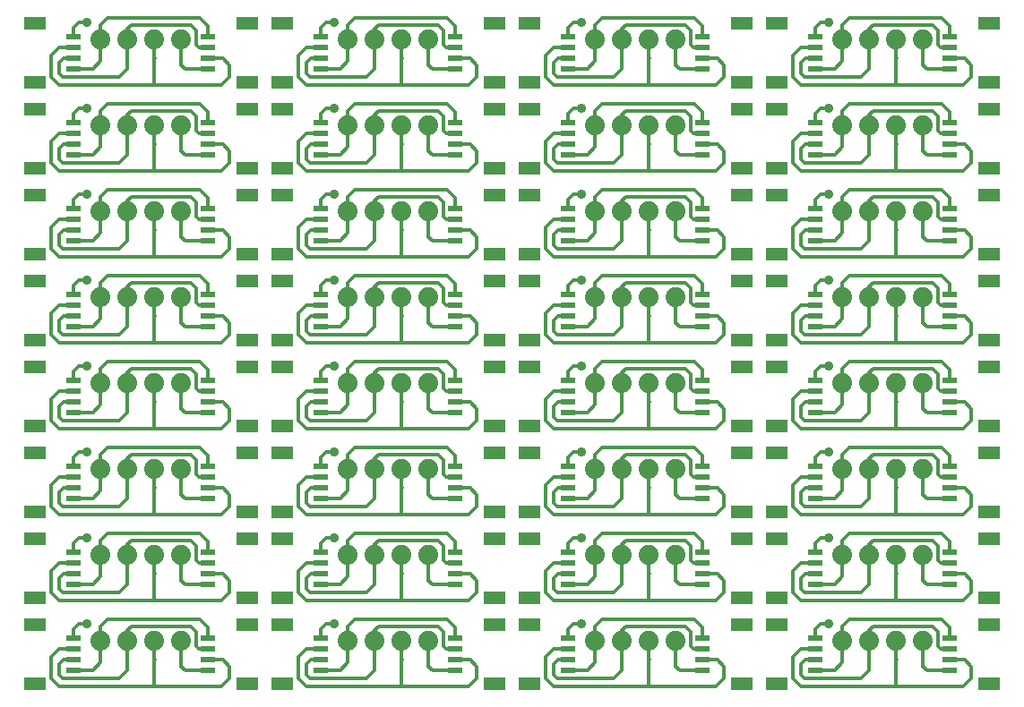
<source format=gtl>
G75*
%MOIN*%
%OFA0B0*%
%FSLAX25Y25*%
%IPPOS*%
%LPD*%
%AMOC8*
5,1,8,0,0,1.08239X$1,22.5*
%
%ADD10R,0.07874X0.04724*%
%ADD11R,0.05315X0.02362*%
%ADD12C,0.07400*%
%ADD13C,0.01200*%
%ADD14C,0.03500*%
D10*
X0055031Y0082310D03*
X0055031Y0104357D03*
X0055031Y0114310D03*
X0055031Y0136357D03*
X0055031Y0146310D03*
X0055031Y0168357D03*
X0055031Y0178310D03*
X0055031Y0200357D03*
X0055031Y0210310D03*
X0055031Y0232357D03*
X0055031Y0242310D03*
X0055031Y0264357D03*
X0055031Y0274310D03*
X0055031Y0296357D03*
X0055031Y0306310D03*
X0055031Y0328357D03*
X0133969Y0328357D03*
X0147031Y0328357D03*
X0147031Y0306310D03*
X0133969Y0306310D03*
X0133969Y0296357D03*
X0147031Y0296357D03*
X0147031Y0274310D03*
X0133969Y0274310D03*
X0133969Y0264357D03*
X0147031Y0264357D03*
X0147031Y0242310D03*
X0133969Y0242310D03*
X0133969Y0232357D03*
X0147031Y0232357D03*
X0147031Y0210310D03*
X0133969Y0210310D03*
X0133969Y0200357D03*
X0147031Y0200357D03*
X0147031Y0178310D03*
X0133969Y0178310D03*
X0133969Y0168357D03*
X0147031Y0168357D03*
X0147031Y0146310D03*
X0147031Y0136357D03*
X0133969Y0136357D03*
X0133969Y0146310D03*
X0133969Y0114310D03*
X0133969Y0104357D03*
X0147031Y0104357D03*
X0147031Y0114310D03*
X0147031Y0082310D03*
X0133969Y0082310D03*
X0225969Y0082310D03*
X0239031Y0082310D03*
X0239031Y0104357D03*
X0239031Y0114310D03*
X0225969Y0114310D03*
X0225969Y0104357D03*
X0225969Y0136357D03*
X0225969Y0146310D03*
X0239031Y0146310D03*
X0239031Y0136357D03*
X0239031Y0168357D03*
X0239031Y0178310D03*
X0225969Y0178310D03*
X0225969Y0168357D03*
X0225969Y0200357D03*
X0225969Y0210310D03*
X0239031Y0210310D03*
X0239031Y0200357D03*
X0239031Y0232357D03*
X0239031Y0242310D03*
X0225969Y0242310D03*
X0225969Y0232357D03*
X0225969Y0264357D03*
X0225969Y0274310D03*
X0239031Y0274310D03*
X0239031Y0264357D03*
X0239031Y0296357D03*
X0239031Y0306310D03*
X0225969Y0306310D03*
X0225969Y0296357D03*
X0225969Y0328357D03*
X0239031Y0328357D03*
X0317969Y0328357D03*
X0331031Y0328357D03*
X0331031Y0306310D03*
X0331031Y0296357D03*
X0317969Y0296357D03*
X0317969Y0306310D03*
X0317969Y0274310D03*
X0317969Y0264357D03*
X0331031Y0264357D03*
X0331031Y0274310D03*
X0331031Y0242310D03*
X0331031Y0232357D03*
X0317969Y0232357D03*
X0317969Y0242310D03*
X0317969Y0210310D03*
X0317969Y0200357D03*
X0331031Y0200357D03*
X0331031Y0210310D03*
X0331031Y0178310D03*
X0331031Y0168357D03*
X0317969Y0168357D03*
X0317969Y0178310D03*
X0317969Y0146310D03*
X0317969Y0136357D03*
X0331031Y0136357D03*
X0331031Y0146310D03*
X0331031Y0114310D03*
X0331031Y0104357D03*
X0317969Y0104357D03*
X0317969Y0114310D03*
X0317969Y0082310D03*
X0331031Y0082310D03*
X0409969Y0082310D03*
X0409969Y0104357D03*
X0409969Y0114310D03*
X0409969Y0136357D03*
X0409969Y0146310D03*
X0409969Y0168357D03*
X0409969Y0178310D03*
X0409969Y0200357D03*
X0409969Y0210310D03*
X0409969Y0232357D03*
X0409969Y0242310D03*
X0409969Y0264357D03*
X0409969Y0274310D03*
X0409969Y0296357D03*
X0409969Y0306310D03*
X0409969Y0328357D03*
D11*
X0395500Y0323239D03*
X0395500Y0319302D03*
X0395500Y0315365D03*
X0395500Y0311428D03*
X0395500Y0291239D03*
X0395500Y0287302D03*
X0395500Y0283365D03*
X0395500Y0279428D03*
X0395500Y0259239D03*
X0395500Y0255302D03*
X0395500Y0251365D03*
X0395500Y0247428D03*
X0395500Y0227239D03*
X0395500Y0223302D03*
X0395500Y0219365D03*
X0395500Y0215428D03*
X0395500Y0195239D03*
X0395500Y0191302D03*
X0395500Y0187365D03*
X0395500Y0183428D03*
X0395500Y0163239D03*
X0395500Y0159302D03*
X0395500Y0155365D03*
X0395500Y0151428D03*
X0395500Y0131239D03*
X0395500Y0127302D03*
X0395500Y0123365D03*
X0395500Y0119428D03*
X0395500Y0099239D03*
X0395500Y0095302D03*
X0395500Y0091365D03*
X0395500Y0087428D03*
X0345500Y0087428D03*
X0345500Y0091365D03*
X0345500Y0095302D03*
X0345500Y0099239D03*
X0345500Y0119428D03*
X0345500Y0123365D03*
X0345500Y0127302D03*
X0345500Y0131239D03*
X0345500Y0151428D03*
X0345500Y0155365D03*
X0345500Y0159302D03*
X0345500Y0163239D03*
X0345500Y0183428D03*
X0345500Y0187365D03*
X0345500Y0191302D03*
X0345500Y0195239D03*
X0345500Y0215428D03*
X0345500Y0219365D03*
X0345500Y0223302D03*
X0345500Y0227239D03*
X0345500Y0247428D03*
X0345500Y0251365D03*
X0345500Y0255302D03*
X0345500Y0259239D03*
X0345500Y0279428D03*
X0345500Y0283365D03*
X0345500Y0287302D03*
X0345500Y0291239D03*
X0345500Y0311428D03*
X0345500Y0315365D03*
X0345500Y0319302D03*
X0345500Y0323239D03*
X0303500Y0323239D03*
X0303500Y0319302D03*
X0303500Y0315365D03*
X0303500Y0311428D03*
X0303500Y0291239D03*
X0303500Y0287302D03*
X0303500Y0283365D03*
X0303500Y0279428D03*
X0303500Y0259239D03*
X0303500Y0255302D03*
X0303500Y0251365D03*
X0303500Y0247428D03*
X0303500Y0227239D03*
X0303500Y0223302D03*
X0303500Y0219365D03*
X0303500Y0215428D03*
X0303500Y0195239D03*
X0303500Y0191302D03*
X0303500Y0187365D03*
X0303500Y0183428D03*
X0303500Y0163239D03*
X0303500Y0159302D03*
X0303500Y0155365D03*
X0303500Y0151428D03*
X0303500Y0131239D03*
X0303500Y0127302D03*
X0303500Y0123365D03*
X0303500Y0119428D03*
X0303500Y0099239D03*
X0303500Y0095302D03*
X0303500Y0091365D03*
X0303500Y0087428D03*
X0253500Y0087428D03*
X0253500Y0091365D03*
X0253500Y0095302D03*
X0253500Y0099239D03*
X0253500Y0119428D03*
X0253500Y0123365D03*
X0253500Y0127302D03*
X0253500Y0131239D03*
X0253500Y0151428D03*
X0253500Y0155365D03*
X0253500Y0159302D03*
X0253500Y0163239D03*
X0253500Y0183428D03*
X0253500Y0187365D03*
X0253500Y0191302D03*
X0253500Y0195239D03*
X0253500Y0215428D03*
X0253500Y0219365D03*
X0253500Y0223302D03*
X0253500Y0227239D03*
X0253500Y0247428D03*
X0253500Y0251365D03*
X0253500Y0255302D03*
X0253500Y0259239D03*
X0253500Y0279428D03*
X0253500Y0283365D03*
X0253500Y0287302D03*
X0253500Y0291239D03*
X0253500Y0311428D03*
X0253500Y0315365D03*
X0253500Y0319302D03*
X0253500Y0323239D03*
X0211500Y0323239D03*
X0211500Y0319302D03*
X0211500Y0315365D03*
X0211500Y0311428D03*
X0211500Y0291239D03*
X0211500Y0287302D03*
X0211500Y0283365D03*
X0211500Y0279428D03*
X0211500Y0259239D03*
X0211500Y0255302D03*
X0211500Y0251365D03*
X0211500Y0247428D03*
X0211500Y0227239D03*
X0211500Y0223302D03*
X0211500Y0219365D03*
X0211500Y0215428D03*
X0211500Y0195239D03*
X0211500Y0191302D03*
X0211500Y0187365D03*
X0211500Y0183428D03*
X0211500Y0163239D03*
X0211500Y0159302D03*
X0211500Y0155365D03*
X0211500Y0151428D03*
X0211500Y0131239D03*
X0211500Y0127302D03*
X0211500Y0123365D03*
X0211500Y0119428D03*
X0211500Y0099239D03*
X0211500Y0095302D03*
X0211500Y0091365D03*
X0211500Y0087428D03*
X0161500Y0087428D03*
X0161500Y0091365D03*
X0161500Y0095302D03*
X0161500Y0099239D03*
X0161500Y0119428D03*
X0161500Y0123365D03*
X0161500Y0127302D03*
X0161500Y0131239D03*
X0161500Y0151428D03*
X0161500Y0155365D03*
X0161500Y0159302D03*
X0161500Y0163239D03*
X0161500Y0183428D03*
X0161500Y0187365D03*
X0161500Y0191302D03*
X0161500Y0195239D03*
X0161500Y0215428D03*
X0161500Y0219365D03*
X0161500Y0223302D03*
X0161500Y0227239D03*
X0161500Y0247428D03*
X0161500Y0251365D03*
X0161500Y0255302D03*
X0161500Y0259239D03*
X0161500Y0279428D03*
X0161500Y0283365D03*
X0161500Y0287302D03*
X0161500Y0291239D03*
X0161500Y0311428D03*
X0161500Y0315365D03*
X0161500Y0319302D03*
X0161500Y0323239D03*
X0119500Y0323239D03*
X0119500Y0319302D03*
X0119500Y0315365D03*
X0119500Y0311428D03*
X0119500Y0291239D03*
X0119500Y0287302D03*
X0119500Y0283365D03*
X0119500Y0279428D03*
X0119500Y0259239D03*
X0119500Y0255302D03*
X0119500Y0251365D03*
X0119500Y0247428D03*
X0119500Y0227239D03*
X0119500Y0223302D03*
X0119500Y0219365D03*
X0119500Y0215428D03*
X0119500Y0195239D03*
X0119500Y0191302D03*
X0119500Y0187365D03*
X0119500Y0183428D03*
X0119500Y0163239D03*
X0119500Y0159302D03*
X0119500Y0155365D03*
X0119500Y0151428D03*
X0119500Y0131239D03*
X0119500Y0127302D03*
X0119500Y0123365D03*
X0119500Y0119428D03*
X0119500Y0099239D03*
X0119500Y0095302D03*
X0119500Y0091365D03*
X0119500Y0087428D03*
X0069500Y0087428D03*
X0069500Y0091365D03*
X0069500Y0095302D03*
X0069500Y0099239D03*
X0069500Y0119428D03*
X0069500Y0123365D03*
X0069500Y0127302D03*
X0069500Y0131239D03*
X0069500Y0151428D03*
X0069500Y0155365D03*
X0069500Y0159302D03*
X0069500Y0163239D03*
X0069500Y0183428D03*
X0069500Y0187365D03*
X0069500Y0191302D03*
X0069500Y0195239D03*
X0069500Y0215428D03*
X0069500Y0219365D03*
X0069500Y0223302D03*
X0069500Y0227239D03*
X0069500Y0247428D03*
X0069500Y0251365D03*
X0069500Y0255302D03*
X0069500Y0259239D03*
X0069500Y0279428D03*
X0069500Y0283365D03*
X0069500Y0287302D03*
X0069500Y0291239D03*
X0069500Y0311428D03*
X0069500Y0315365D03*
X0069500Y0319302D03*
X0069500Y0323239D03*
D12*
X0079500Y0322333D03*
X0089500Y0322333D03*
X0099500Y0322333D03*
X0109500Y0322333D03*
X0109500Y0290333D03*
X0099500Y0290333D03*
X0089500Y0290333D03*
X0079500Y0290333D03*
X0079500Y0258333D03*
X0089500Y0258333D03*
X0099500Y0258333D03*
X0109500Y0258333D03*
X0109500Y0226333D03*
X0099500Y0226333D03*
X0089500Y0226333D03*
X0079500Y0226333D03*
X0079500Y0194333D03*
X0089500Y0194333D03*
X0099500Y0194333D03*
X0109500Y0194333D03*
X0109500Y0162333D03*
X0099500Y0162333D03*
X0089500Y0162333D03*
X0079500Y0162333D03*
X0079500Y0130333D03*
X0089500Y0130333D03*
X0099500Y0130333D03*
X0109500Y0130333D03*
X0109500Y0098333D03*
X0099500Y0098333D03*
X0089500Y0098333D03*
X0079500Y0098333D03*
X0171500Y0098333D03*
X0181500Y0098333D03*
X0191500Y0098333D03*
X0201500Y0098333D03*
X0201500Y0130333D03*
X0191500Y0130333D03*
X0181500Y0130333D03*
X0171500Y0130333D03*
X0171500Y0162333D03*
X0181500Y0162333D03*
X0191500Y0162333D03*
X0201500Y0162333D03*
X0201500Y0194333D03*
X0191500Y0194333D03*
X0181500Y0194333D03*
X0171500Y0194333D03*
X0171500Y0226333D03*
X0181500Y0226333D03*
X0191500Y0226333D03*
X0201500Y0226333D03*
X0201500Y0258333D03*
X0191500Y0258333D03*
X0181500Y0258333D03*
X0171500Y0258333D03*
X0171500Y0290333D03*
X0181500Y0290333D03*
X0191500Y0290333D03*
X0201500Y0290333D03*
X0201500Y0322333D03*
X0191500Y0322333D03*
X0181500Y0322333D03*
X0171500Y0322333D03*
X0263500Y0322333D03*
X0273500Y0322333D03*
X0283500Y0322333D03*
X0293500Y0322333D03*
X0293500Y0290333D03*
X0283500Y0290333D03*
X0273500Y0290333D03*
X0263500Y0290333D03*
X0263500Y0258333D03*
X0273500Y0258333D03*
X0283500Y0258333D03*
X0293500Y0258333D03*
X0293500Y0226333D03*
X0283500Y0226333D03*
X0273500Y0226333D03*
X0263500Y0226333D03*
X0263500Y0194333D03*
X0273500Y0194333D03*
X0283500Y0194333D03*
X0293500Y0194333D03*
X0293500Y0162333D03*
X0283500Y0162333D03*
X0273500Y0162333D03*
X0263500Y0162333D03*
X0263500Y0130333D03*
X0273500Y0130333D03*
X0283500Y0130333D03*
X0293500Y0130333D03*
X0293500Y0098333D03*
X0283500Y0098333D03*
X0273500Y0098333D03*
X0263500Y0098333D03*
X0355500Y0098333D03*
X0365500Y0098333D03*
X0375500Y0098333D03*
X0385500Y0098333D03*
X0385500Y0130333D03*
X0375500Y0130333D03*
X0365500Y0130333D03*
X0355500Y0130333D03*
X0355500Y0162333D03*
X0365500Y0162333D03*
X0375500Y0162333D03*
X0385500Y0162333D03*
X0385500Y0194333D03*
X0375500Y0194333D03*
X0365500Y0194333D03*
X0355500Y0194333D03*
X0355500Y0226333D03*
X0365500Y0226333D03*
X0375500Y0226333D03*
X0385500Y0226333D03*
X0385500Y0258333D03*
X0375500Y0258333D03*
X0365500Y0258333D03*
X0355500Y0258333D03*
X0355500Y0290333D03*
X0365500Y0290333D03*
X0375500Y0290333D03*
X0385500Y0290333D03*
X0385500Y0322333D03*
X0375500Y0322333D03*
X0365500Y0322333D03*
X0355500Y0322333D03*
D13*
X0355500Y0314333D01*
X0352594Y0311428D01*
X0345500Y0311428D01*
X0345500Y0315365D02*
X0341531Y0315365D01*
X0340000Y0313833D01*
X0340000Y0309833D01*
X0341500Y0308333D01*
X0362500Y0308333D01*
X0365500Y0311333D01*
X0365500Y0322333D01*
X0365500Y0326333D01*
X0367000Y0327833D01*
X0389000Y0327833D01*
X0391000Y0325833D01*
X0391000Y0320333D01*
X0392031Y0319302D01*
X0395500Y0319302D01*
X0395500Y0323239D02*
X0395500Y0327333D01*
X0392500Y0330333D01*
X0358000Y0330333D01*
X0355500Y0327833D01*
X0355500Y0322333D01*
X0350500Y0328833D02*
X0347500Y0328833D01*
X0345500Y0326833D01*
X0345500Y0323239D01*
X0345500Y0319302D02*
X0339969Y0319302D01*
X0337000Y0316333D01*
X0337000Y0308333D01*
X0340000Y0305333D01*
X0375500Y0305333D01*
X0375500Y0315333D01*
X0375531Y0315365D01*
X0375500Y0315333D02*
X0375500Y0322333D01*
X0385500Y0322333D02*
X0385500Y0312833D01*
X0386906Y0311428D01*
X0395500Y0311428D01*
X0395500Y0315365D02*
X0400969Y0315365D01*
X0403500Y0312833D01*
X0403500Y0308333D01*
X0400500Y0305333D01*
X0375500Y0305333D01*
X0367000Y0295833D02*
X0389000Y0295833D01*
X0391000Y0293833D01*
X0391000Y0288333D01*
X0392031Y0287302D01*
X0395500Y0287302D01*
X0395500Y0291239D02*
X0395500Y0295333D01*
X0392500Y0298333D01*
X0358000Y0298333D01*
X0355500Y0295833D01*
X0355500Y0290333D01*
X0355500Y0282333D01*
X0352594Y0279428D01*
X0345500Y0279428D01*
X0341500Y0276333D02*
X0362500Y0276333D01*
X0365500Y0279333D01*
X0365500Y0290333D01*
X0365500Y0294333D01*
X0367000Y0295833D01*
X0375500Y0290333D02*
X0375500Y0283333D01*
X0375500Y0273333D01*
X0400500Y0273333D01*
X0403500Y0276333D01*
X0403500Y0280833D01*
X0400969Y0283365D01*
X0395500Y0283365D01*
X0395500Y0279428D02*
X0386906Y0279428D01*
X0385500Y0280833D01*
X0385500Y0290333D01*
X0375531Y0283365D02*
X0375500Y0283333D01*
X0375500Y0273333D02*
X0340000Y0273333D01*
X0337000Y0276333D01*
X0337000Y0284333D01*
X0339969Y0287302D01*
X0345500Y0287302D01*
X0345500Y0291239D02*
X0345500Y0294833D01*
X0347500Y0296833D01*
X0350500Y0296833D01*
X0345500Y0283365D02*
X0341531Y0283365D01*
X0340000Y0281833D01*
X0340000Y0277833D01*
X0341500Y0276333D01*
X0347500Y0264833D02*
X0350500Y0264833D01*
X0347500Y0264833D02*
X0345500Y0262833D01*
X0345500Y0259239D01*
X0345500Y0255302D02*
X0339969Y0255302D01*
X0337000Y0252333D01*
X0337000Y0244333D01*
X0340000Y0241333D01*
X0375500Y0241333D01*
X0375500Y0251333D01*
X0375531Y0251365D01*
X0375500Y0251333D02*
X0375500Y0258333D01*
X0365500Y0258333D02*
X0365500Y0247333D01*
X0362500Y0244333D01*
X0341500Y0244333D01*
X0340000Y0245833D01*
X0340000Y0249833D01*
X0341531Y0251365D01*
X0345500Y0251365D01*
X0345500Y0247428D02*
X0352594Y0247428D01*
X0355500Y0250333D01*
X0355500Y0258333D01*
X0355500Y0263833D01*
X0358000Y0266333D01*
X0392500Y0266333D01*
X0395500Y0263333D01*
X0395500Y0259239D01*
X0395500Y0255302D02*
X0392031Y0255302D01*
X0391000Y0256333D01*
X0391000Y0261833D01*
X0389000Y0263833D01*
X0367000Y0263833D01*
X0365500Y0262333D01*
X0365500Y0258333D01*
X0385500Y0258333D02*
X0385500Y0248833D01*
X0386906Y0247428D01*
X0395500Y0247428D01*
X0400500Y0241333D02*
X0403500Y0244333D01*
X0403500Y0248833D01*
X0400969Y0251365D01*
X0395500Y0251365D01*
X0400500Y0241333D02*
X0375500Y0241333D01*
X0367000Y0231833D02*
X0389000Y0231833D01*
X0391000Y0229833D01*
X0391000Y0224333D01*
X0392031Y0223302D01*
X0395500Y0223302D01*
X0395500Y0227239D02*
X0395500Y0231333D01*
X0392500Y0234333D01*
X0358000Y0234333D01*
X0355500Y0231833D01*
X0355500Y0226333D01*
X0355500Y0218333D01*
X0352594Y0215428D01*
X0345500Y0215428D01*
X0345500Y0219365D02*
X0341531Y0219365D01*
X0340000Y0217833D01*
X0340000Y0213833D01*
X0341500Y0212333D01*
X0362500Y0212333D01*
X0365500Y0215333D01*
X0365500Y0226333D01*
X0365500Y0230333D01*
X0367000Y0231833D01*
X0375500Y0226333D02*
X0375500Y0219333D01*
X0375500Y0209333D01*
X0400500Y0209333D01*
X0403500Y0212333D01*
X0403500Y0216833D01*
X0400969Y0219365D01*
X0395500Y0219365D01*
X0395500Y0215428D02*
X0386906Y0215428D01*
X0385500Y0216833D01*
X0385500Y0226333D01*
X0375531Y0219365D02*
X0375500Y0219333D01*
X0375500Y0209333D02*
X0340000Y0209333D01*
X0337000Y0212333D01*
X0337000Y0220333D01*
X0339969Y0223302D01*
X0345500Y0223302D01*
X0345500Y0227239D02*
X0345500Y0230833D01*
X0347500Y0232833D01*
X0350500Y0232833D01*
X0358000Y0202333D02*
X0392500Y0202333D01*
X0395500Y0199333D01*
X0395500Y0195239D01*
X0395500Y0191302D02*
X0392031Y0191302D01*
X0391000Y0192333D01*
X0391000Y0197833D01*
X0389000Y0199833D01*
X0367000Y0199833D01*
X0365500Y0198333D01*
X0365500Y0194333D01*
X0365500Y0183333D01*
X0362500Y0180333D01*
X0341500Y0180333D01*
X0340000Y0181833D01*
X0340000Y0185833D01*
X0341531Y0187365D01*
X0345500Y0187365D01*
X0345500Y0191302D02*
X0339969Y0191302D01*
X0337000Y0188333D01*
X0337000Y0180333D01*
X0340000Y0177333D01*
X0375500Y0177333D01*
X0375500Y0187333D01*
X0375531Y0187365D01*
X0375500Y0187333D02*
X0375500Y0194333D01*
X0385500Y0194333D02*
X0385500Y0184833D01*
X0386906Y0183428D01*
X0395500Y0183428D01*
X0395500Y0187365D02*
X0400969Y0187365D01*
X0403500Y0184833D01*
X0403500Y0180333D01*
X0400500Y0177333D01*
X0375500Y0177333D01*
X0367000Y0167833D02*
X0389000Y0167833D01*
X0391000Y0165833D01*
X0391000Y0160333D01*
X0392031Y0159302D01*
X0395500Y0159302D01*
X0395500Y0163239D02*
X0395500Y0167333D01*
X0392500Y0170333D01*
X0358000Y0170333D01*
X0355500Y0167833D01*
X0355500Y0162333D01*
X0355500Y0154333D01*
X0352594Y0151428D01*
X0345500Y0151428D01*
X0345500Y0155365D02*
X0341531Y0155365D01*
X0340000Y0153833D01*
X0340000Y0149833D01*
X0341500Y0148333D01*
X0362500Y0148333D01*
X0365500Y0151333D01*
X0365500Y0162333D01*
X0365500Y0166333D01*
X0367000Y0167833D01*
X0375500Y0162333D02*
X0375500Y0155333D01*
X0375500Y0145333D01*
X0400500Y0145333D01*
X0403500Y0148333D01*
X0403500Y0152833D01*
X0400969Y0155365D01*
X0395500Y0155365D01*
X0395500Y0151428D02*
X0386906Y0151428D01*
X0385500Y0152833D01*
X0385500Y0162333D01*
X0375531Y0155365D02*
X0375500Y0155333D01*
X0375500Y0145333D02*
X0340000Y0145333D01*
X0337000Y0148333D01*
X0337000Y0156333D01*
X0339969Y0159302D01*
X0345500Y0159302D01*
X0345500Y0163239D02*
X0345500Y0166833D01*
X0347500Y0168833D01*
X0350500Y0168833D01*
X0352594Y0183428D02*
X0345500Y0183428D01*
X0352594Y0183428D02*
X0355500Y0186333D01*
X0355500Y0194333D01*
X0355500Y0199833D01*
X0358000Y0202333D01*
X0350500Y0200833D02*
X0347500Y0200833D01*
X0345500Y0198833D01*
X0345500Y0195239D01*
X0311500Y0184833D02*
X0311500Y0180333D01*
X0308500Y0177333D01*
X0283500Y0177333D01*
X0283500Y0187333D01*
X0283531Y0187365D01*
X0283500Y0187333D02*
X0283500Y0194333D01*
X0273500Y0194333D02*
X0273500Y0183333D01*
X0270500Y0180333D01*
X0249500Y0180333D01*
X0248000Y0181833D01*
X0248000Y0185833D01*
X0249531Y0187365D01*
X0253500Y0187365D01*
X0253500Y0191302D02*
X0247969Y0191302D01*
X0245000Y0188333D01*
X0245000Y0180333D01*
X0248000Y0177333D01*
X0283500Y0177333D01*
X0293500Y0184833D02*
X0293500Y0194333D01*
X0299000Y0192333D02*
X0299000Y0197833D01*
X0297000Y0199833D01*
X0275000Y0199833D01*
X0273500Y0198333D01*
X0273500Y0194333D01*
X0263500Y0194333D02*
X0263500Y0186333D01*
X0260594Y0183428D01*
X0253500Y0183428D01*
X0253500Y0195239D02*
X0253500Y0198833D01*
X0255500Y0200833D01*
X0258500Y0200833D01*
X0263500Y0199833D02*
X0263500Y0194333D01*
X0263500Y0199833D02*
X0266000Y0202333D01*
X0300500Y0202333D01*
X0303500Y0199333D01*
X0303500Y0195239D01*
X0303500Y0191302D02*
X0300031Y0191302D01*
X0299000Y0192333D01*
X0303500Y0187365D02*
X0308969Y0187365D01*
X0311500Y0184833D01*
X0303500Y0183428D02*
X0294906Y0183428D01*
X0293500Y0184833D01*
X0300500Y0170333D02*
X0266000Y0170333D01*
X0263500Y0167833D01*
X0263500Y0162333D01*
X0263500Y0154333D01*
X0260594Y0151428D01*
X0253500Y0151428D01*
X0253500Y0155365D02*
X0249531Y0155365D01*
X0248000Y0153833D01*
X0248000Y0149833D01*
X0249500Y0148333D01*
X0270500Y0148333D01*
X0273500Y0151333D01*
X0273500Y0162333D01*
X0273500Y0166333D01*
X0275000Y0167833D01*
X0297000Y0167833D01*
X0299000Y0165833D01*
X0299000Y0160333D01*
X0300031Y0159302D01*
X0303500Y0159302D01*
X0303500Y0163239D02*
X0303500Y0167333D01*
X0300500Y0170333D01*
X0293500Y0162333D02*
X0293500Y0152833D01*
X0294906Y0151428D01*
X0303500Y0151428D01*
X0303500Y0155365D02*
X0308969Y0155365D01*
X0311500Y0152833D01*
X0311500Y0148333D01*
X0308500Y0145333D01*
X0283500Y0145333D01*
X0283500Y0155333D01*
X0283531Y0155365D01*
X0283500Y0155333D02*
X0283500Y0162333D01*
X0283500Y0145333D02*
X0248000Y0145333D01*
X0245000Y0148333D01*
X0245000Y0156333D01*
X0247969Y0159302D01*
X0253500Y0159302D01*
X0253500Y0163239D02*
X0253500Y0166833D01*
X0255500Y0168833D01*
X0258500Y0168833D01*
X0219500Y0180333D02*
X0219500Y0184833D01*
X0216969Y0187365D01*
X0211500Y0187365D01*
X0211500Y0191302D02*
X0208031Y0191302D01*
X0207000Y0192333D01*
X0207000Y0197833D01*
X0205000Y0199833D01*
X0183000Y0199833D01*
X0181500Y0198333D01*
X0181500Y0194333D01*
X0181500Y0183333D01*
X0178500Y0180333D01*
X0157500Y0180333D01*
X0156000Y0181833D01*
X0156000Y0185833D01*
X0157531Y0187365D01*
X0161500Y0187365D01*
X0161500Y0191302D02*
X0155969Y0191302D01*
X0153000Y0188333D01*
X0153000Y0180333D01*
X0156000Y0177333D01*
X0191500Y0177333D01*
X0191500Y0187333D01*
X0191531Y0187365D01*
X0191500Y0187333D02*
X0191500Y0194333D01*
X0201500Y0194333D02*
X0201500Y0184833D01*
X0202906Y0183428D01*
X0211500Y0183428D01*
X0216500Y0177333D02*
X0219500Y0180333D01*
X0216500Y0177333D02*
X0191500Y0177333D01*
X0183000Y0167833D02*
X0205000Y0167833D01*
X0207000Y0165833D01*
X0207000Y0160333D01*
X0208031Y0159302D01*
X0211500Y0159302D01*
X0211500Y0163239D02*
X0211500Y0167333D01*
X0208500Y0170333D01*
X0174000Y0170333D01*
X0171500Y0167833D01*
X0171500Y0162333D01*
X0171500Y0154333D01*
X0168594Y0151428D01*
X0161500Y0151428D01*
X0161500Y0155365D02*
X0157531Y0155365D01*
X0156000Y0153833D01*
X0156000Y0149833D01*
X0157500Y0148333D01*
X0178500Y0148333D01*
X0181500Y0151333D01*
X0181500Y0162333D01*
X0181500Y0166333D01*
X0183000Y0167833D01*
X0191500Y0162333D02*
X0191500Y0155333D01*
X0191500Y0145333D01*
X0216500Y0145333D01*
X0219500Y0148333D01*
X0219500Y0152833D01*
X0216969Y0155365D01*
X0211500Y0155365D01*
X0211500Y0151428D02*
X0202906Y0151428D01*
X0201500Y0152833D01*
X0201500Y0162333D01*
X0191531Y0155365D02*
X0191500Y0155333D01*
X0191500Y0145333D02*
X0156000Y0145333D01*
X0153000Y0148333D01*
X0153000Y0156333D01*
X0155969Y0159302D01*
X0161500Y0159302D01*
X0161500Y0163239D02*
X0161500Y0166833D01*
X0163500Y0168833D01*
X0166500Y0168833D01*
X0168594Y0183428D02*
X0161500Y0183428D01*
X0168594Y0183428D02*
X0171500Y0186333D01*
X0171500Y0194333D01*
X0171500Y0199833D01*
X0174000Y0202333D01*
X0208500Y0202333D01*
X0211500Y0199333D01*
X0211500Y0195239D01*
X0216500Y0209333D02*
X0191500Y0209333D01*
X0191500Y0219333D01*
X0191531Y0219365D01*
X0191500Y0219333D02*
X0191500Y0226333D01*
X0181500Y0226333D02*
X0181500Y0215333D01*
X0178500Y0212333D01*
X0157500Y0212333D01*
X0156000Y0213833D01*
X0156000Y0217833D01*
X0157531Y0219365D01*
X0161500Y0219365D01*
X0161500Y0223302D02*
X0155969Y0223302D01*
X0153000Y0220333D01*
X0153000Y0212333D01*
X0156000Y0209333D01*
X0191500Y0209333D01*
X0201500Y0216833D02*
X0201500Y0226333D01*
X0207000Y0224333D02*
X0207000Y0229833D01*
X0205000Y0231833D01*
X0183000Y0231833D01*
X0181500Y0230333D01*
X0181500Y0226333D01*
X0174000Y0234333D02*
X0208500Y0234333D01*
X0211500Y0231333D01*
X0211500Y0227239D01*
X0211500Y0223302D02*
X0208031Y0223302D01*
X0207000Y0224333D01*
X0211500Y0219365D02*
X0216969Y0219365D01*
X0219500Y0216833D01*
X0219500Y0212333D01*
X0216500Y0209333D01*
X0211500Y0215428D02*
X0202906Y0215428D01*
X0201500Y0216833D01*
X0174000Y0234333D02*
X0171500Y0231833D01*
X0171500Y0226333D01*
X0171500Y0218333D01*
X0168594Y0215428D01*
X0161500Y0215428D01*
X0161500Y0227239D02*
X0161500Y0230833D01*
X0163500Y0232833D01*
X0166500Y0232833D01*
X0156000Y0241333D02*
X0191500Y0241333D01*
X0191500Y0251333D01*
X0191531Y0251365D01*
X0191500Y0251333D02*
X0191500Y0258333D01*
X0181500Y0258333D02*
X0181500Y0247333D01*
X0178500Y0244333D01*
X0157500Y0244333D01*
X0156000Y0245833D01*
X0156000Y0249833D01*
X0157531Y0251365D01*
X0161500Y0251365D01*
X0161500Y0255302D02*
X0155969Y0255302D01*
X0153000Y0252333D01*
X0153000Y0244333D01*
X0156000Y0241333D01*
X0161500Y0247428D02*
X0168594Y0247428D01*
X0171500Y0250333D01*
X0171500Y0258333D01*
X0171500Y0263833D01*
X0174000Y0266333D01*
X0208500Y0266333D01*
X0211500Y0263333D01*
X0211500Y0259239D01*
X0211500Y0255302D02*
X0208031Y0255302D01*
X0207000Y0256333D01*
X0207000Y0261833D01*
X0205000Y0263833D01*
X0183000Y0263833D01*
X0181500Y0262333D01*
X0181500Y0258333D01*
X0166500Y0264833D02*
X0163500Y0264833D01*
X0161500Y0262833D01*
X0161500Y0259239D01*
X0156000Y0273333D02*
X0191500Y0273333D01*
X0191500Y0283333D01*
X0191531Y0283365D01*
X0191500Y0283333D02*
X0191500Y0290333D01*
X0181500Y0290333D02*
X0181500Y0294333D01*
X0183000Y0295833D01*
X0205000Y0295833D01*
X0207000Y0293833D01*
X0207000Y0288333D01*
X0208031Y0287302D01*
X0211500Y0287302D01*
X0211500Y0291239D02*
X0211500Y0295333D01*
X0208500Y0298333D01*
X0174000Y0298333D01*
X0171500Y0295833D01*
X0171500Y0290333D01*
X0171500Y0282333D01*
X0168594Y0279428D01*
X0161500Y0279428D01*
X0157500Y0276333D02*
X0178500Y0276333D01*
X0181500Y0279333D01*
X0181500Y0290333D01*
X0166500Y0296833D02*
X0163500Y0296833D01*
X0161500Y0294833D01*
X0161500Y0291239D01*
X0161500Y0287302D02*
X0155969Y0287302D01*
X0153000Y0284333D01*
X0153000Y0276333D01*
X0156000Y0273333D01*
X0157500Y0276333D02*
X0156000Y0277833D01*
X0156000Y0281833D01*
X0157531Y0283365D01*
X0161500Y0283365D01*
X0156000Y0305333D02*
X0191500Y0305333D01*
X0191500Y0315333D01*
X0191531Y0315365D01*
X0191500Y0315333D02*
X0191500Y0322333D01*
X0201500Y0322333D02*
X0201500Y0312833D01*
X0202906Y0311428D01*
X0211500Y0311428D01*
X0211500Y0315365D02*
X0216969Y0315365D01*
X0219500Y0312833D01*
X0219500Y0308333D01*
X0216500Y0305333D01*
X0191500Y0305333D01*
X0181500Y0311333D02*
X0178500Y0308333D01*
X0157500Y0308333D01*
X0156000Y0309833D01*
X0156000Y0313833D01*
X0157531Y0315365D01*
X0161500Y0315365D01*
X0161500Y0311428D02*
X0168594Y0311428D01*
X0171500Y0314333D01*
X0171500Y0322333D01*
X0171500Y0327833D01*
X0174000Y0330333D01*
X0208500Y0330333D01*
X0211500Y0327333D01*
X0211500Y0323239D01*
X0211500Y0319302D02*
X0208031Y0319302D01*
X0207000Y0320333D01*
X0207000Y0325833D01*
X0205000Y0327833D01*
X0183000Y0327833D01*
X0181500Y0326333D01*
X0181500Y0322333D01*
X0181500Y0311333D01*
X0161500Y0319302D02*
X0155969Y0319302D01*
X0153000Y0316333D01*
X0153000Y0308333D01*
X0156000Y0305333D01*
X0161500Y0323239D02*
X0161500Y0326833D01*
X0163500Y0328833D01*
X0166500Y0328833D01*
X0127500Y0312833D02*
X0127500Y0308333D01*
X0124500Y0305333D01*
X0099500Y0305333D01*
X0099500Y0315333D01*
X0099531Y0315365D01*
X0099500Y0315333D02*
X0099500Y0322333D01*
X0109500Y0322333D02*
X0109500Y0312833D01*
X0110906Y0311428D01*
X0119500Y0311428D01*
X0119500Y0315365D02*
X0124969Y0315365D01*
X0127500Y0312833D01*
X0119500Y0319302D02*
X0116031Y0319302D01*
X0115000Y0320333D01*
X0115000Y0325833D01*
X0113000Y0327833D01*
X0091000Y0327833D01*
X0089500Y0326333D01*
X0089500Y0322333D01*
X0089500Y0311333D01*
X0086500Y0308333D01*
X0065500Y0308333D01*
X0064000Y0309833D01*
X0064000Y0313833D01*
X0065531Y0315365D01*
X0069500Y0315365D01*
X0069500Y0311428D02*
X0076594Y0311428D01*
X0079500Y0314333D01*
X0079500Y0322333D01*
X0079500Y0327833D01*
X0082000Y0330333D01*
X0116500Y0330333D01*
X0119500Y0327333D01*
X0119500Y0323239D01*
X0099500Y0305333D02*
X0064000Y0305333D01*
X0061000Y0308333D01*
X0061000Y0316333D01*
X0063969Y0319302D01*
X0069500Y0319302D01*
X0069500Y0323239D02*
X0069500Y0326833D01*
X0071500Y0328833D01*
X0074500Y0328833D01*
X0082000Y0298333D02*
X0116500Y0298333D01*
X0119500Y0295333D01*
X0119500Y0291239D01*
X0119500Y0287302D02*
X0116031Y0287302D01*
X0115000Y0288333D01*
X0115000Y0293833D01*
X0113000Y0295833D01*
X0091000Y0295833D01*
X0089500Y0294333D01*
X0089500Y0290333D01*
X0089500Y0279333D01*
X0086500Y0276333D01*
X0065500Y0276333D01*
X0064000Y0277833D01*
X0064000Y0281833D01*
X0065531Y0283365D01*
X0069500Y0283365D01*
X0069500Y0287302D02*
X0063969Y0287302D01*
X0061000Y0284333D01*
X0061000Y0276333D01*
X0064000Y0273333D01*
X0099500Y0273333D01*
X0099500Y0283333D01*
X0099531Y0283365D01*
X0099500Y0283333D02*
X0099500Y0290333D01*
X0109500Y0290333D02*
X0109500Y0280833D01*
X0110906Y0279428D01*
X0119500Y0279428D01*
X0124969Y0283365D02*
X0127500Y0280833D01*
X0127500Y0276333D01*
X0124500Y0273333D01*
X0099500Y0273333D01*
X0091000Y0263833D02*
X0089500Y0262333D01*
X0089500Y0258333D01*
X0089500Y0247333D01*
X0086500Y0244333D01*
X0065500Y0244333D01*
X0064000Y0245833D01*
X0064000Y0249833D01*
X0065531Y0251365D01*
X0069500Y0251365D01*
X0069500Y0255302D02*
X0063969Y0255302D01*
X0061000Y0252333D01*
X0061000Y0244333D01*
X0064000Y0241333D01*
X0099500Y0241333D01*
X0099500Y0251333D01*
X0099531Y0251365D01*
X0099500Y0251333D02*
X0099500Y0258333D01*
X0091000Y0263833D02*
X0113000Y0263833D01*
X0115000Y0261833D01*
X0115000Y0256333D01*
X0116031Y0255302D01*
X0119500Y0255302D01*
X0119500Y0259239D02*
X0119500Y0263333D01*
X0116500Y0266333D01*
X0082000Y0266333D01*
X0079500Y0263833D01*
X0079500Y0258333D01*
X0079500Y0250333D01*
X0076594Y0247428D01*
X0069500Y0247428D01*
X0082000Y0234333D02*
X0116500Y0234333D01*
X0119500Y0231333D01*
X0119500Y0227239D01*
X0119500Y0223302D02*
X0116031Y0223302D01*
X0115000Y0224333D01*
X0115000Y0229833D01*
X0113000Y0231833D01*
X0091000Y0231833D01*
X0089500Y0230333D01*
X0089500Y0226333D01*
X0089500Y0215333D01*
X0086500Y0212333D01*
X0065500Y0212333D01*
X0064000Y0213833D01*
X0064000Y0217833D01*
X0065531Y0219365D01*
X0069500Y0219365D01*
X0069500Y0223302D02*
X0063969Y0223302D01*
X0061000Y0220333D01*
X0061000Y0212333D01*
X0064000Y0209333D01*
X0099500Y0209333D01*
X0099500Y0219333D01*
X0099531Y0219365D01*
X0099500Y0219333D02*
X0099500Y0226333D01*
X0109500Y0226333D02*
X0109500Y0216833D01*
X0110906Y0215428D01*
X0119500Y0215428D01*
X0119500Y0219365D02*
X0124969Y0219365D01*
X0127500Y0216833D01*
X0127500Y0212333D01*
X0124500Y0209333D01*
X0099500Y0209333D01*
X0091000Y0199833D02*
X0089500Y0198333D01*
X0089500Y0194333D01*
X0089500Y0183333D01*
X0086500Y0180333D01*
X0065500Y0180333D01*
X0064000Y0181833D01*
X0064000Y0185833D01*
X0065531Y0187365D01*
X0069500Y0187365D01*
X0069500Y0191302D02*
X0063969Y0191302D01*
X0061000Y0188333D01*
X0061000Y0180333D01*
X0064000Y0177333D01*
X0099500Y0177333D01*
X0099500Y0187333D01*
X0099531Y0187365D01*
X0099500Y0187333D02*
X0099500Y0194333D01*
X0091000Y0199833D02*
X0113000Y0199833D01*
X0115000Y0197833D01*
X0115000Y0192333D01*
X0116031Y0191302D01*
X0119500Y0191302D01*
X0119500Y0195239D02*
X0119500Y0199333D01*
X0116500Y0202333D01*
X0082000Y0202333D01*
X0079500Y0199833D01*
X0079500Y0194333D01*
X0079500Y0186333D01*
X0076594Y0183428D01*
X0069500Y0183428D01*
X0069500Y0195239D02*
X0069500Y0198833D01*
X0071500Y0200833D01*
X0074500Y0200833D01*
X0076594Y0215428D02*
X0069500Y0215428D01*
X0076594Y0215428D02*
X0079500Y0218333D01*
X0079500Y0226333D01*
X0079500Y0231833D01*
X0082000Y0234333D01*
X0074500Y0232833D02*
X0071500Y0232833D01*
X0069500Y0230833D01*
X0069500Y0227239D01*
X0099500Y0241333D02*
X0124500Y0241333D01*
X0127500Y0244333D01*
X0127500Y0248833D01*
X0124969Y0251365D01*
X0119500Y0251365D01*
X0119500Y0247428D02*
X0110906Y0247428D01*
X0109500Y0248833D01*
X0109500Y0258333D01*
X0079500Y0282333D02*
X0076594Y0279428D01*
X0069500Y0279428D01*
X0079500Y0282333D02*
X0079500Y0290333D01*
X0079500Y0295833D01*
X0082000Y0298333D01*
X0074500Y0296833D02*
X0071500Y0296833D01*
X0069500Y0294833D01*
X0069500Y0291239D01*
X0071500Y0264833D02*
X0074500Y0264833D01*
X0071500Y0264833D02*
X0069500Y0262833D01*
X0069500Y0259239D01*
X0119500Y0283365D02*
X0124969Y0283365D01*
X0191500Y0273333D02*
X0216500Y0273333D01*
X0219500Y0276333D01*
X0219500Y0280833D01*
X0216969Y0283365D01*
X0211500Y0283365D01*
X0211500Y0279428D02*
X0202906Y0279428D01*
X0201500Y0280833D01*
X0201500Y0290333D01*
X0201500Y0258333D02*
X0201500Y0248833D01*
X0202906Y0247428D01*
X0211500Y0247428D01*
X0216500Y0241333D02*
X0219500Y0244333D01*
X0219500Y0248833D01*
X0216969Y0251365D01*
X0211500Y0251365D01*
X0216500Y0241333D02*
X0191500Y0241333D01*
X0245000Y0244333D02*
X0248000Y0241333D01*
X0283500Y0241333D01*
X0283500Y0251333D01*
X0283531Y0251365D01*
X0283500Y0251333D02*
X0283500Y0258333D01*
X0273500Y0258333D02*
X0273500Y0247333D01*
X0270500Y0244333D01*
X0249500Y0244333D01*
X0248000Y0245833D01*
X0248000Y0249833D01*
X0249531Y0251365D01*
X0253500Y0251365D01*
X0253500Y0255302D02*
X0247969Y0255302D01*
X0245000Y0252333D01*
X0245000Y0244333D01*
X0253500Y0247428D02*
X0260594Y0247428D01*
X0263500Y0250333D01*
X0263500Y0258333D01*
X0263500Y0263833D01*
X0266000Y0266333D01*
X0300500Y0266333D01*
X0303500Y0263333D01*
X0303500Y0259239D01*
X0303500Y0255302D02*
X0300031Y0255302D01*
X0299000Y0256333D01*
X0299000Y0261833D01*
X0297000Y0263833D01*
X0275000Y0263833D01*
X0273500Y0262333D01*
X0273500Y0258333D01*
X0258500Y0264833D02*
X0255500Y0264833D01*
X0253500Y0262833D01*
X0253500Y0259239D01*
X0248000Y0273333D02*
X0283500Y0273333D01*
X0283500Y0283333D01*
X0283531Y0283365D01*
X0283500Y0283333D02*
X0283500Y0290333D01*
X0273500Y0290333D02*
X0273500Y0294333D01*
X0275000Y0295833D01*
X0297000Y0295833D01*
X0299000Y0293833D01*
X0299000Y0288333D01*
X0300031Y0287302D01*
X0303500Y0287302D01*
X0303500Y0291239D02*
X0303500Y0295333D01*
X0300500Y0298333D01*
X0266000Y0298333D01*
X0263500Y0295833D01*
X0263500Y0290333D01*
X0263500Y0282333D01*
X0260594Y0279428D01*
X0253500Y0279428D01*
X0249500Y0276333D02*
X0270500Y0276333D01*
X0273500Y0279333D01*
X0273500Y0290333D01*
X0258500Y0296833D02*
X0255500Y0296833D01*
X0253500Y0294833D01*
X0253500Y0291239D01*
X0253500Y0287302D02*
X0247969Y0287302D01*
X0245000Y0284333D01*
X0245000Y0276333D01*
X0248000Y0273333D01*
X0249500Y0276333D02*
X0248000Y0277833D01*
X0248000Y0281833D01*
X0249531Y0283365D01*
X0253500Y0283365D01*
X0248000Y0305333D02*
X0283500Y0305333D01*
X0283500Y0315333D01*
X0283531Y0315365D01*
X0283500Y0315333D02*
X0283500Y0322333D01*
X0293500Y0322333D02*
X0293500Y0312833D01*
X0294906Y0311428D01*
X0303500Y0311428D01*
X0303500Y0315365D02*
X0308969Y0315365D01*
X0311500Y0312833D01*
X0311500Y0308333D01*
X0308500Y0305333D01*
X0283500Y0305333D01*
X0273500Y0311333D02*
X0270500Y0308333D01*
X0249500Y0308333D01*
X0248000Y0309833D01*
X0248000Y0313833D01*
X0249531Y0315365D01*
X0253500Y0315365D01*
X0253500Y0311428D02*
X0260594Y0311428D01*
X0263500Y0314333D01*
X0263500Y0322333D01*
X0263500Y0327833D01*
X0266000Y0330333D01*
X0300500Y0330333D01*
X0303500Y0327333D01*
X0303500Y0323239D01*
X0303500Y0319302D02*
X0300031Y0319302D01*
X0299000Y0320333D01*
X0299000Y0325833D01*
X0297000Y0327833D01*
X0275000Y0327833D01*
X0273500Y0326333D01*
X0273500Y0322333D01*
X0273500Y0311333D01*
X0253500Y0319302D02*
X0247969Y0319302D01*
X0245000Y0316333D01*
X0245000Y0308333D01*
X0248000Y0305333D01*
X0253500Y0323239D02*
X0253500Y0326833D01*
X0255500Y0328833D01*
X0258500Y0328833D01*
X0293500Y0290333D02*
X0293500Y0280833D01*
X0294906Y0279428D01*
X0303500Y0279428D01*
X0308500Y0273333D02*
X0311500Y0276333D01*
X0311500Y0280833D01*
X0308969Y0283365D01*
X0303500Y0283365D01*
X0308500Y0273333D02*
X0283500Y0273333D01*
X0293500Y0258333D02*
X0293500Y0248833D01*
X0294906Y0247428D01*
X0303500Y0247428D01*
X0308500Y0241333D02*
X0311500Y0244333D01*
X0311500Y0248833D01*
X0308969Y0251365D01*
X0303500Y0251365D01*
X0308500Y0241333D02*
X0283500Y0241333D01*
X0275000Y0231833D02*
X0297000Y0231833D01*
X0299000Y0229833D01*
X0299000Y0224333D01*
X0300031Y0223302D01*
X0303500Y0223302D01*
X0303500Y0227239D02*
X0303500Y0231333D01*
X0300500Y0234333D01*
X0266000Y0234333D01*
X0263500Y0231833D01*
X0263500Y0226333D01*
X0263500Y0218333D01*
X0260594Y0215428D01*
X0253500Y0215428D01*
X0253500Y0219365D02*
X0249531Y0219365D01*
X0248000Y0217833D01*
X0248000Y0213833D01*
X0249500Y0212333D01*
X0270500Y0212333D01*
X0273500Y0215333D01*
X0273500Y0226333D01*
X0273500Y0230333D01*
X0275000Y0231833D01*
X0283500Y0226333D02*
X0283500Y0219333D01*
X0283500Y0209333D01*
X0308500Y0209333D01*
X0311500Y0212333D01*
X0311500Y0216833D01*
X0308969Y0219365D01*
X0303500Y0219365D01*
X0303500Y0215428D02*
X0294906Y0215428D01*
X0293500Y0216833D01*
X0293500Y0226333D01*
X0283531Y0219365D02*
X0283500Y0219333D01*
X0283500Y0209333D02*
X0248000Y0209333D01*
X0245000Y0212333D01*
X0245000Y0220333D01*
X0247969Y0223302D01*
X0253500Y0223302D01*
X0253500Y0227239D02*
X0253500Y0230833D01*
X0255500Y0232833D01*
X0258500Y0232833D01*
X0166500Y0200833D02*
X0163500Y0200833D01*
X0161500Y0198833D01*
X0161500Y0195239D01*
X0127500Y0184833D02*
X0127500Y0180333D01*
X0124500Y0177333D01*
X0099500Y0177333D01*
X0109500Y0184833D02*
X0109500Y0194333D01*
X0109500Y0184833D02*
X0110906Y0183428D01*
X0119500Y0183428D01*
X0119500Y0187365D02*
X0124969Y0187365D01*
X0127500Y0184833D01*
X0116500Y0170333D02*
X0082000Y0170333D01*
X0079500Y0167833D01*
X0079500Y0162333D01*
X0079500Y0154333D01*
X0076594Y0151428D01*
X0069500Y0151428D01*
X0069500Y0155365D02*
X0065531Y0155365D01*
X0064000Y0153833D01*
X0064000Y0149833D01*
X0065500Y0148333D01*
X0086500Y0148333D01*
X0089500Y0151333D01*
X0089500Y0162333D01*
X0089500Y0166333D01*
X0091000Y0167833D01*
X0113000Y0167833D01*
X0115000Y0165833D01*
X0115000Y0160333D01*
X0116031Y0159302D01*
X0119500Y0159302D01*
X0119500Y0163239D02*
X0119500Y0167333D01*
X0116500Y0170333D01*
X0109500Y0162333D02*
X0109500Y0152833D01*
X0110906Y0151428D01*
X0119500Y0151428D01*
X0119500Y0155365D02*
X0124969Y0155365D01*
X0127500Y0152833D01*
X0127500Y0148333D01*
X0124500Y0145333D01*
X0099500Y0145333D01*
X0099500Y0155333D01*
X0099531Y0155365D01*
X0099500Y0155333D02*
X0099500Y0162333D01*
X0099500Y0145333D02*
X0064000Y0145333D01*
X0061000Y0148333D01*
X0061000Y0156333D01*
X0063969Y0159302D01*
X0069500Y0159302D01*
X0069500Y0163239D02*
X0069500Y0166833D01*
X0071500Y0168833D01*
X0074500Y0168833D01*
X0082000Y0138333D02*
X0116500Y0138333D01*
X0119500Y0135333D01*
X0119500Y0131239D01*
X0119500Y0127302D02*
X0116031Y0127302D01*
X0115000Y0128333D01*
X0115000Y0133833D01*
X0113000Y0135833D01*
X0091000Y0135833D01*
X0089500Y0134333D01*
X0089500Y0130333D01*
X0089500Y0119333D01*
X0086500Y0116333D01*
X0065500Y0116333D01*
X0064000Y0117833D01*
X0064000Y0121833D01*
X0065531Y0123365D01*
X0069500Y0123365D01*
X0069500Y0127302D02*
X0063969Y0127302D01*
X0061000Y0124333D01*
X0061000Y0116333D01*
X0064000Y0113333D01*
X0099500Y0113333D01*
X0099500Y0123333D01*
X0099531Y0123365D01*
X0099500Y0123333D02*
X0099500Y0130333D01*
X0109500Y0130333D02*
X0109500Y0120833D01*
X0110906Y0119428D01*
X0119500Y0119428D01*
X0119500Y0123365D02*
X0124969Y0123365D01*
X0127500Y0120833D01*
X0127500Y0116333D01*
X0124500Y0113333D01*
X0099500Y0113333D01*
X0091000Y0103833D02*
X0089500Y0102333D01*
X0089500Y0098333D01*
X0089500Y0087333D01*
X0086500Y0084333D01*
X0065500Y0084333D01*
X0064000Y0085833D01*
X0064000Y0089833D01*
X0065531Y0091365D01*
X0069500Y0091365D01*
X0069500Y0095302D02*
X0063969Y0095302D01*
X0061000Y0092333D01*
X0061000Y0084333D01*
X0064000Y0081333D01*
X0099500Y0081333D01*
X0099500Y0091333D01*
X0099531Y0091365D01*
X0099500Y0091333D02*
X0099500Y0098333D01*
X0091000Y0103833D02*
X0113000Y0103833D01*
X0115000Y0101833D01*
X0115000Y0096333D01*
X0116031Y0095302D01*
X0119500Y0095302D01*
X0119500Y0099239D02*
X0119500Y0103333D01*
X0116500Y0106333D01*
X0082000Y0106333D01*
X0079500Y0103833D01*
X0079500Y0098333D01*
X0079500Y0090333D01*
X0076594Y0087428D01*
X0069500Y0087428D01*
X0069500Y0099239D02*
X0069500Y0102833D01*
X0071500Y0104833D01*
X0074500Y0104833D01*
X0076594Y0119428D02*
X0069500Y0119428D01*
X0076594Y0119428D02*
X0079500Y0122333D01*
X0079500Y0130333D01*
X0079500Y0135833D01*
X0082000Y0138333D01*
X0074500Y0136833D02*
X0071500Y0136833D01*
X0069500Y0134833D01*
X0069500Y0131239D01*
X0109500Y0098333D02*
X0109500Y0088833D01*
X0110906Y0087428D01*
X0119500Y0087428D01*
X0119500Y0091365D02*
X0124969Y0091365D01*
X0127500Y0088833D01*
X0127500Y0084333D01*
X0124500Y0081333D01*
X0099500Y0081333D01*
X0153000Y0084333D02*
X0156000Y0081333D01*
X0191500Y0081333D01*
X0191500Y0091333D01*
X0191531Y0091365D01*
X0191500Y0091333D02*
X0191500Y0098333D01*
X0181500Y0098333D02*
X0181500Y0087333D01*
X0178500Y0084333D01*
X0157500Y0084333D01*
X0156000Y0085833D01*
X0156000Y0089833D01*
X0157531Y0091365D01*
X0161500Y0091365D01*
X0161500Y0095302D02*
X0155969Y0095302D01*
X0153000Y0092333D01*
X0153000Y0084333D01*
X0161500Y0087428D02*
X0168594Y0087428D01*
X0171500Y0090333D01*
X0171500Y0098333D01*
X0171500Y0103833D01*
X0174000Y0106333D01*
X0208500Y0106333D01*
X0211500Y0103333D01*
X0211500Y0099239D01*
X0211500Y0095302D02*
X0208031Y0095302D01*
X0207000Y0096333D01*
X0207000Y0101833D01*
X0205000Y0103833D01*
X0183000Y0103833D01*
X0181500Y0102333D01*
X0181500Y0098333D01*
X0166500Y0104833D02*
X0163500Y0104833D01*
X0161500Y0102833D01*
X0161500Y0099239D01*
X0156000Y0113333D02*
X0191500Y0113333D01*
X0191500Y0123333D01*
X0191531Y0123365D01*
X0191500Y0123333D02*
X0191500Y0130333D01*
X0181500Y0130333D02*
X0181500Y0119333D01*
X0178500Y0116333D01*
X0157500Y0116333D01*
X0156000Y0117833D01*
X0156000Y0121833D01*
X0157531Y0123365D01*
X0161500Y0123365D01*
X0161500Y0127302D02*
X0155969Y0127302D01*
X0153000Y0124333D01*
X0153000Y0116333D01*
X0156000Y0113333D01*
X0161500Y0119428D02*
X0168594Y0119428D01*
X0171500Y0122333D01*
X0171500Y0130333D01*
X0171500Y0135833D01*
X0174000Y0138333D01*
X0208500Y0138333D01*
X0211500Y0135333D01*
X0211500Y0131239D01*
X0211500Y0127302D02*
X0208031Y0127302D01*
X0207000Y0128333D01*
X0207000Y0133833D01*
X0205000Y0135833D01*
X0183000Y0135833D01*
X0181500Y0134333D01*
X0181500Y0130333D01*
X0166500Y0136833D02*
X0163500Y0136833D01*
X0161500Y0134833D01*
X0161500Y0131239D01*
X0191500Y0113333D02*
X0216500Y0113333D01*
X0219500Y0116333D01*
X0219500Y0120833D01*
X0216969Y0123365D01*
X0211500Y0123365D01*
X0211500Y0119428D02*
X0202906Y0119428D01*
X0201500Y0120833D01*
X0201500Y0130333D01*
X0201500Y0098333D02*
X0201500Y0088833D01*
X0202906Y0087428D01*
X0211500Y0087428D01*
X0211500Y0091365D02*
X0216969Y0091365D01*
X0219500Y0088833D01*
X0219500Y0084333D01*
X0216500Y0081333D01*
X0191500Y0081333D01*
X0245000Y0084333D02*
X0248000Y0081333D01*
X0283500Y0081333D01*
X0283500Y0091333D01*
X0283531Y0091365D01*
X0283500Y0091333D02*
X0283500Y0098333D01*
X0273500Y0098333D02*
X0273500Y0087333D01*
X0270500Y0084333D01*
X0249500Y0084333D01*
X0248000Y0085833D01*
X0248000Y0089833D01*
X0249531Y0091365D01*
X0253500Y0091365D01*
X0253500Y0095302D02*
X0247969Y0095302D01*
X0245000Y0092333D01*
X0245000Y0084333D01*
X0253500Y0087428D02*
X0260594Y0087428D01*
X0263500Y0090333D01*
X0263500Y0098333D01*
X0263500Y0103833D01*
X0266000Y0106333D01*
X0300500Y0106333D01*
X0303500Y0103333D01*
X0303500Y0099239D01*
X0303500Y0095302D02*
X0300031Y0095302D01*
X0299000Y0096333D01*
X0299000Y0101833D01*
X0297000Y0103833D01*
X0275000Y0103833D01*
X0273500Y0102333D01*
X0273500Y0098333D01*
X0258500Y0104833D02*
X0255500Y0104833D01*
X0253500Y0102833D01*
X0253500Y0099239D01*
X0248000Y0113333D02*
X0283500Y0113333D01*
X0283500Y0123333D01*
X0283531Y0123365D01*
X0283500Y0123333D02*
X0283500Y0130333D01*
X0273500Y0130333D02*
X0273500Y0119333D01*
X0270500Y0116333D01*
X0249500Y0116333D01*
X0248000Y0117833D01*
X0248000Y0121833D01*
X0249531Y0123365D01*
X0253500Y0123365D01*
X0253500Y0127302D02*
X0247969Y0127302D01*
X0245000Y0124333D01*
X0245000Y0116333D01*
X0248000Y0113333D01*
X0253500Y0119428D02*
X0260594Y0119428D01*
X0263500Y0122333D01*
X0263500Y0130333D01*
X0263500Y0135833D01*
X0266000Y0138333D01*
X0300500Y0138333D01*
X0303500Y0135333D01*
X0303500Y0131239D01*
X0303500Y0127302D02*
X0300031Y0127302D01*
X0299000Y0128333D01*
X0299000Y0133833D01*
X0297000Y0135833D01*
X0275000Y0135833D01*
X0273500Y0134333D01*
X0273500Y0130333D01*
X0258500Y0136833D02*
X0255500Y0136833D01*
X0253500Y0134833D01*
X0253500Y0131239D01*
X0283500Y0113333D02*
X0308500Y0113333D01*
X0311500Y0116333D01*
X0311500Y0120833D01*
X0308969Y0123365D01*
X0303500Y0123365D01*
X0303500Y0119428D02*
X0294906Y0119428D01*
X0293500Y0120833D01*
X0293500Y0130333D01*
X0293500Y0098333D02*
X0293500Y0088833D01*
X0294906Y0087428D01*
X0303500Y0087428D01*
X0303500Y0091365D02*
X0308969Y0091365D01*
X0311500Y0088833D01*
X0311500Y0084333D01*
X0308500Y0081333D01*
X0283500Y0081333D01*
X0337000Y0084333D02*
X0340000Y0081333D01*
X0375500Y0081333D01*
X0375500Y0091333D01*
X0375531Y0091365D01*
X0375500Y0091333D02*
X0375500Y0098333D01*
X0365500Y0098333D02*
X0365500Y0087333D01*
X0362500Y0084333D01*
X0341500Y0084333D01*
X0340000Y0085833D01*
X0340000Y0089833D01*
X0341531Y0091365D01*
X0345500Y0091365D01*
X0345500Y0095302D02*
X0339969Y0095302D01*
X0337000Y0092333D01*
X0337000Y0084333D01*
X0345500Y0087428D02*
X0352594Y0087428D01*
X0355500Y0090333D01*
X0355500Y0098333D01*
X0355500Y0103833D01*
X0358000Y0106333D01*
X0392500Y0106333D01*
X0395500Y0103333D01*
X0395500Y0099239D01*
X0395500Y0095302D02*
X0392031Y0095302D01*
X0391000Y0096333D01*
X0391000Y0101833D01*
X0389000Y0103833D01*
X0367000Y0103833D01*
X0365500Y0102333D01*
X0365500Y0098333D01*
X0350500Y0104833D02*
X0347500Y0104833D01*
X0345500Y0102833D01*
X0345500Y0099239D01*
X0340000Y0113333D02*
X0375500Y0113333D01*
X0375500Y0123333D01*
X0375531Y0123365D01*
X0375500Y0123333D02*
X0375500Y0130333D01*
X0365500Y0130333D02*
X0365500Y0119333D01*
X0362500Y0116333D01*
X0341500Y0116333D01*
X0340000Y0117833D01*
X0340000Y0121833D01*
X0341531Y0123365D01*
X0345500Y0123365D01*
X0345500Y0127302D02*
X0339969Y0127302D01*
X0337000Y0124333D01*
X0337000Y0116333D01*
X0340000Y0113333D01*
X0345500Y0119428D02*
X0352594Y0119428D01*
X0355500Y0122333D01*
X0355500Y0130333D01*
X0355500Y0135833D01*
X0358000Y0138333D01*
X0392500Y0138333D01*
X0395500Y0135333D01*
X0395500Y0131239D01*
X0395500Y0127302D02*
X0392031Y0127302D01*
X0391000Y0128333D01*
X0391000Y0133833D01*
X0389000Y0135833D01*
X0367000Y0135833D01*
X0365500Y0134333D01*
X0365500Y0130333D01*
X0350500Y0136833D02*
X0347500Y0136833D01*
X0345500Y0134833D01*
X0345500Y0131239D01*
X0375500Y0113333D02*
X0400500Y0113333D01*
X0403500Y0116333D01*
X0403500Y0120833D01*
X0400969Y0123365D01*
X0395500Y0123365D01*
X0395500Y0119428D02*
X0386906Y0119428D01*
X0385500Y0120833D01*
X0385500Y0130333D01*
X0385500Y0098333D02*
X0385500Y0088833D01*
X0386906Y0087428D01*
X0395500Y0087428D01*
X0395500Y0091365D02*
X0400969Y0091365D01*
X0403500Y0088833D01*
X0403500Y0084333D01*
X0400500Y0081333D01*
X0375500Y0081333D01*
D14*
X0350500Y0104833D03*
X0350500Y0136833D03*
X0350500Y0168833D03*
X0350500Y0200833D03*
X0350500Y0232833D03*
X0350500Y0264833D03*
X0350500Y0296833D03*
X0350500Y0328833D03*
X0258500Y0328833D03*
X0258500Y0296833D03*
X0258500Y0264833D03*
X0258500Y0232833D03*
X0258500Y0200833D03*
X0258500Y0168833D03*
X0258500Y0136833D03*
X0258500Y0104833D03*
X0166500Y0104833D03*
X0166500Y0136833D03*
X0166500Y0168833D03*
X0166500Y0200833D03*
X0166500Y0232833D03*
X0166500Y0264833D03*
X0166500Y0296833D03*
X0166500Y0328833D03*
X0074500Y0328833D03*
X0074500Y0296833D03*
X0074500Y0264833D03*
X0074500Y0232833D03*
X0074500Y0200833D03*
X0074500Y0168833D03*
X0074500Y0136833D03*
X0074500Y0104833D03*
M02*

</source>
